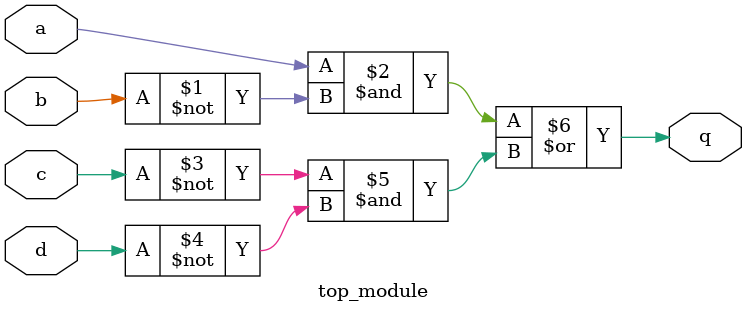
<source format=sv>
module top_module (
	input a, 
	input b, 
	input c, 
	input d,
	output q
);
	assign q = a & ~b | ~c & ~d;
endmodule

</source>
